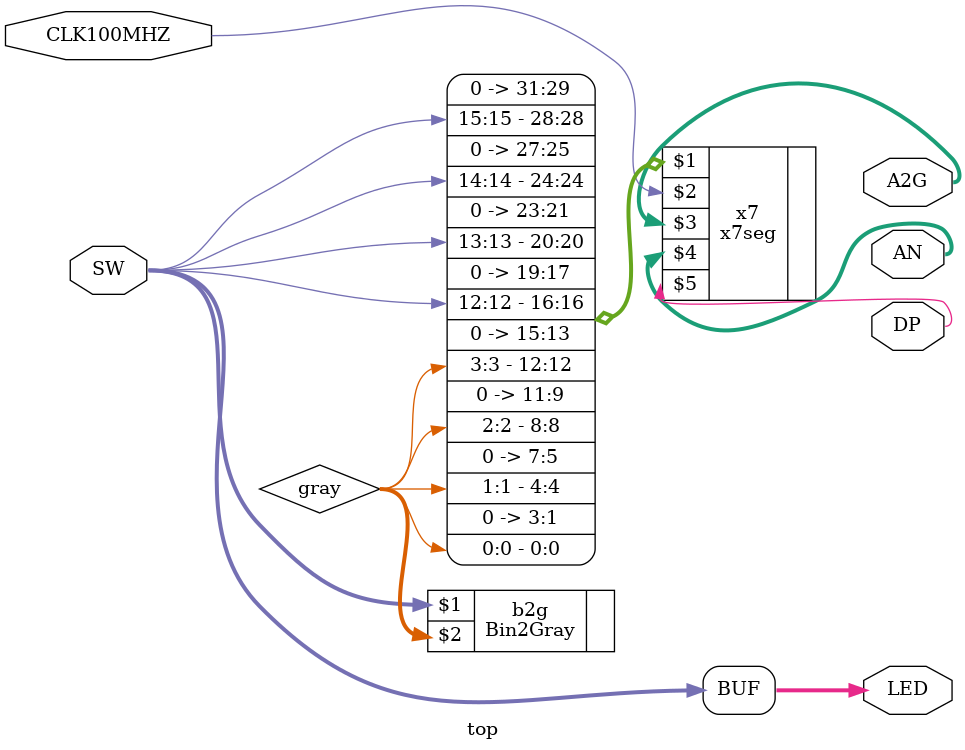
<source format=sv>
`timescale 1ns / 1ps

module top(
    input  logic         CLK100MHZ,
    input  logic [15:12] SW,
    output logic [15:12] LED,
    output logic [6:0]   A2G,
    output logic         DP,
    output logic [7:0]   AN
);
    logic [3:0] gray;
    Bin2Gray b2g(SW[15:12], gray);
    x7seg x7(
        {3'b000,SW[15],3'b000,SW[14],3'b000,SW[13],3'b000,SW[12],3'b000,gray[3],3'b000,gray[2],3'b000,gray[1],3'b000,gray[0]},
        CLK100MHZ, A2G, AN, DP
    );
    assign LED[15:12] = SW[15:12];
endmodule

</source>
